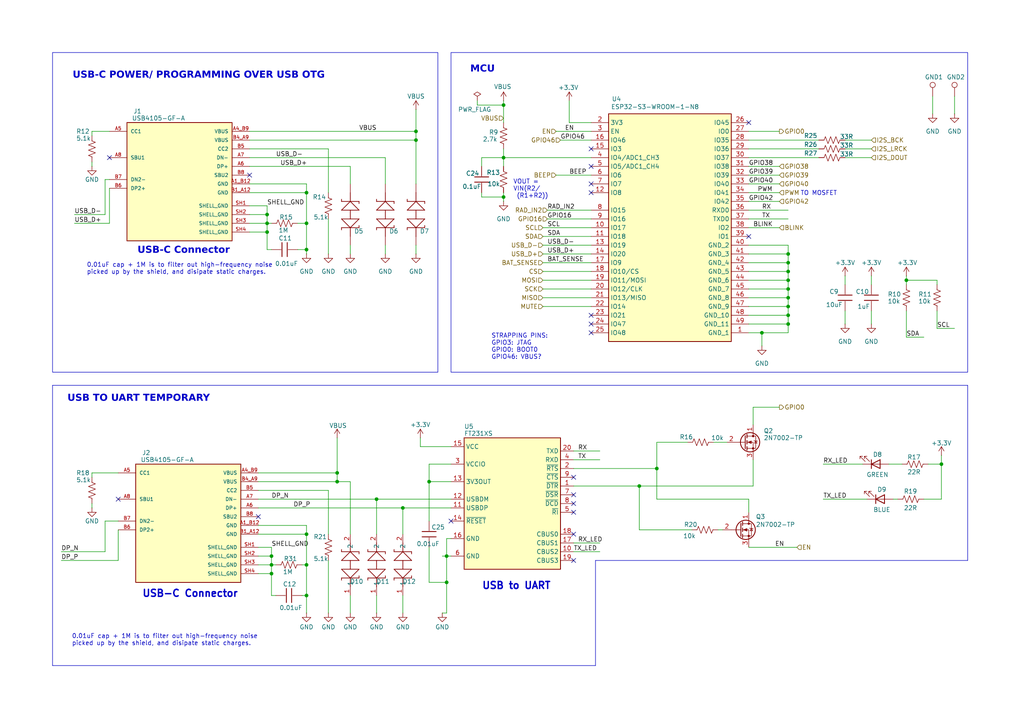
<source format=kicad_sch>
(kicad_sch (version 20231120) (generator "eeschema") (generator_version "8.0")
  (paper "A4")
  (lib_symbols
    (symbol "Connector:TestPoint" (pin_numbers hide) (pin_names (offset 0.762) hide)
      (property "Reference" "TP" (at 0 6.858 0))
      (property "Value" "TestPoint" (at 0 5.08 0))
      (symbol "TestPoint_1_1"
        (pin passive line (at 0 0 90) (length 2.54) (name "1") (number "1"))
      )
    )
    (symbol "Device:C" (pin_numbers hide) (pin_names (offset 0.254))
      (property "Reference" "C" (at 0.635 2.54 0))
      (property "Value" "C" (at 0.635 -2.54 0))
      (symbol "C_1_1"
        (pin passive line (at 0 3.81 270) (length 2.794) (name "~") (number "1"))
        (pin passive line (at 0 -3.81 90) (length 2.794) (name "~") (number "2"))
      )
    )
    (symbol "Device:LED" (pin_numbers hide) (pin_names (offset 1.016) hide)
      (property "Reference" "D" (at 0 2.54 0))
      (property "Value" "LED" (at 0 -2.54 0))
      (symbol "LED_1_1"
        (pin passive line (at -3.81 0 0) (length 2.54) (name "K") (number "1"))
        (pin passive line (at 3.81 0 180) (length 2.54) (name "A") (number "2"))
      )
    )
    (symbol "Device:R_US" (pin_numbers hide) (pin_names (offset 0))
      (property "Reference" "R" (at 2.54 0 90))
      (property "Value" "R_US" (at -2.54 0 90))
      (symbol "R_US_1_1"
        (pin passive line (at 0 3.81 270) (length 1.27) (name "~") (number "1"))
        (pin passive line (at 0 -3.81 90) (length 1.27) (name "~") (number "2"))
      )
    )
    (symbol "ESP32-S3-WROOM-1-N8:ESP32-S3-WROOM-1-N8"
      (property "Reference" "U" (at -10.16 29.21 0))
      (property "Value" "ESP32-S3-WROOM-1-N8" (at -10.16 26.67 0))
      (symbol "ESP32-S3-WROOM-1-N8_1_1"
        (pin passive line (at 30.48 -39.37 180) (length 5.08) (name "GND_1") (number "1"))
        (pin passive line (at -15.24 -8.89 0) (length 5.08) (name "IO17") (number "10"))
        (pin passive line (at -15.24 -11.43 0) (length 5.08) (name "IO18") (number "11"))
        (pin passive line (at -15.24 1.27 0) (length 5.08) (name "IO8") (number "12"))
        (pin passive line (at -15.24 -13.97 0) (length 5.08) (name "IO19") (number "13"))
        (pin passive line (at -15.24 -16.51 0) (length 5.08) (name "IO20") (number "14"))
        (pin passive line (at -15.24 13.97 0) (length 5.08) (name "IO3") (number "15"))
        (pin passive line (at -15.24 16.51 0) (length 5.08) (name "IO46") (number "16"))
        (pin passive line (at -15.24 -19.05 0) (length 5.08) (name "IO9") (number "17"))
        (pin passive line (at -15.24 -21.59 0) (length 5.08) (name "IO10/CS") (number "18"))
        (pin passive line (at -15.24 -24.13 0) (length 5.08) (name "IO11/MOSI") (number "19"))
        (pin passive line (at -15.24 21.59 0) (length 5.08) (name "3V3") (number "2"))
        (pin passive line (at -15.24 -26.67 0) (length 5.08) (name "IO12/CLK") (number "20"))
        (pin passive line (at -15.24 -29.21 0) (length 5.08) (name "IO13/MISO") (number "21"))
        (pin passive line (at -15.24 -31.75 0) (length 5.08) (name "IO14") (number "22"))
        (pin passive line (at -15.24 -34.29 0) (length 5.08) (name "IO21") (number "23"))
        (pin passive line (at -15.24 -36.83 0) (length 5.08) (name "IO47") (number "24"))
        (pin passive line (at -15.24 -39.37 0) (length 5.08) (name "IO48") (number "25"))
        (pin passive line (at 30.48 21.59 180) (length 5.08) (name "IO45") (number "26"))
        (pin passive line (at 30.48 19.05 180) (length 5.08) (name "IO0") (number "27"))
        (pin passive line (at 30.48 16.51 180) (length 5.08) (name "IO35") (number "28"))
        (pin passive line (at 30.48 13.97 180) (length 5.08) (name "IO36") (number "29"))
        (pin passive line (at -15.24 19.05 0) (length 5.08) (name "EN") (number "3"))
        (pin passive line (at 30.48 11.43 180) (length 5.08) (name "IO37") (number "30"))
        (pin passive line (at 30.48 8.89 180) (length 5.08) (name "IO38") (number "31"))
        (pin passive line (at 30.48 6.35 180) (length 5.08) (name "IO39") (number "32"))
        (pin passive line (at 30.48 3.81 180) (length 5.08) (name "IO40") (number "33"))
        (pin passive line (at 30.48 1.27 180) (length 5.08) (name "IO41") (number "34"))
        (pin passive line (at 30.48 -1.27 180) (length 5.08) (name "IO42") (number "35"))
        (pin passive line (at 30.48 -3.81 180) (length 5.08) (name "RXD0") (number "36"))
        (pin passive line (at 30.48 -6.35 180) (length 5.08) (name "TXD0") (number "37"))
        (pin passive line (at 30.48 -8.89 180) (length 5.08) (name "IO2") (number "38"))
        (pin passive line (at 30.48 -11.43 180) (length 5.08) (name "IO1") (number "39"))
        (pin passive line (at -15.24 11.43 0) (length 5.08) (name "IO4/ADC1_CH3") (number "4"))
        (pin passive line (at 30.48 -13.97 180) (length 5.08) (name "GND_2") (number "40"))
        (pin passive line (at 30.48 -16.51 180) (length 5.08) (name "GND_3") (number "41"))
        (pin passive line (at 30.48 -19.05 180) (length 5.08) (name "GND_4") (number "42"))
        (pin passive line (at 30.48 -21.59 180) (length 5.08) (name "GND_5") (number "43"))
        (pin passive line (at 30.48 -24.13 180) (length 5.08) (name "GND_6") (number "44"))
        (pin passive line (at 30.48 -26.67 180) (length 5.08) (name "GND_7") (number "45"))
        (pin passive line (at 30.48 -29.21 180) (length 5.08) (name "GND_8") (number "46"))
        (pin passive line (at 30.48 -31.75 180) (length 5.08) (name "GND_9") (number "47"))
        (pin passive line (at 30.48 -34.29 180) (length 5.08) (name "GND_10") (number "48"))
        (pin passive line (at 30.48 -36.83 180) (length 5.08) (name "GND_11") (number "49"))
        (pin passive line (at -15.24 8.89 0) (length 5.08) (name "IO5/ADC1_CH4") (number "5"))
        (pin passive line (at -15.24 6.35 0) (length 5.08) (name "IO6") (number "6"))
        (pin passive line (at -15.24 3.81 0) (length 5.08) (name "IO7") (number "7"))
        (pin passive line (at -15.24 -3.81 0) (length 5.08) (name "IO15") (number "8"))
        (pin passive line (at -15.24 -6.35 0) (length 5.08) (name "IO16") (number "9"))
      )
    )
    (symbol "Interface_USB:FT231XS"
      (property "Reference" "U" (at -13.97 20.32 0))
      (property "Value" "FT231XS" (at 7.62 20.32 0))
      (symbol "FT231XS_1_1"
        (pin output line (at 17.78 5.08 180) (length 3.81) (name "~{DTR}") (number "1"))
        (pin bidirectional line (at 17.78 -13.97 180) (length 3.81) (name "CBUS2") (number "10"))
        (pin bidirectional line (at -17.78 -1.27 0) (length 3.81) (name "USBDP") (number "11"))
        (pin bidirectional line (at -17.78 1.27 0) (length 3.81) (name "USBDM") (number "12"))
        (pin power_out line (at -17.78 6.35 0) (length 3.81) (name "3V3OUT") (number "13"))
        (pin input line (at -17.78 -5.08 0) (length 3.81) (name "~{RESET}") (number "14"))
        (pin power_in line (at -17.78 16.51 0) (length 3.81) (name "VCC") (number "15"))
        (pin power_in line (at -17.78 -10.16 0) (length 3.81) (name "GND") (number "16"))
        (pin bidirectional line (at 17.78 -11.43 180) (length 3.81) (name "CBUS1") (number "17"))
        (pin bidirectional line (at 17.78 -8.89 180) (length 3.81) (name "CBUS0") (number "18"))
        (pin bidirectional line (at 17.78 -16.51 180) (length 3.81) (name "CBUS3") (number "19"))
        (pin output line (at 17.78 10.16 180) (length 3.81) (name "~{RTS}") (number "2"))
        (pin output line (at 17.78 15.24 180) (length 3.81) (name "TXD") (number "20"))
        (pin power_in line (at -17.78 11.43 0) (length 3.81) (name "VCCIO") (number "3"))
        (pin input line (at 17.78 12.7 180) (length 3.81) (name "RXD") (number "4"))
        (pin input line (at 17.78 -2.54 180) (length 3.81) (name "~{RI}") (number "5"))
        (pin power_in line (at -17.78 -15.24 0) (length 3.81) (name "GND") (number "6"))
        (pin input line (at 17.78 2.54 180) (length 3.81) (name "~{DSR}") (number "7"))
        (pin input line (at 17.78 0 180) (length 3.81) (name "~{DCD}") (number "8"))
        (pin input line (at 17.78 7.62 180) (length 3.81) (name "~{CTS}") (number "9"))
      )
    )
    (symbol "PESD5V0S1BA_1" (pin_names (offset 0.254))
      (property "Reference" "CR" (at 9.525 -5.715 0))
      (property "Value" "PESD5V0S1BA" (at 8.89 -9.525 0))
      (symbol "PESD5V0S1BA_1_1_1"
        (pin power_in line (at 0 0 0) (length 2.54) (name "1") (number "1"))
        (pin passive line (at 17.78 0 180) (length 2.54) (name "2") (number "2"))
      )
    )
    (symbol "PESD5V0S1BA_2" (pin_numbers hide) (pin_names (offset 0.254) hide)
      (property "Reference" "CR" (at 9.525 -5.715 0))
      (property "Value" "PESD5V0S1BA" (at 8.89 -9.525 0))
      (symbol "PESD5V0S1BA_2_1_1"
        (pin power_in line (at 0 0 0) (length 2.54) (name "1") (number "1"))
        (pin passive line (at 17.78 0 180) (length 2.54) (name "2") (number "2"))
      )
    )
    (symbol "Transistor_FET:BS108" (pin_names hide)
      (property "Reference" "Q" (at 5.08 1.905 0))
      (property "Value" "BS108" (at 5.08 0 0))
      (symbol "BS108_1_1"
        (pin passive line (at 2.54 5.08 270) (length 2.54) (name "D") (number "1"))
        (pin input line (at -5.08 0 0) (length 2.54) (name "G") (number "2"))
        (pin passive line (at 2.54 -5.08 90) (length 2.54) (name "S") (number "3"))
      )
    )
    (symbol "USB4105-GF-A:USB4105-GF-A" (pin_names (offset 1.016))
      (property "Reference" "J" (at -13.97 13.462 0))
      (property "Value" "USB4105-GF-A" (at -14.732 -25.4 0))
      (symbol "USB4105-GF-A_0_0"
        (pin power_in line (at 20.32 -5.08 180) (length 5.08) (name "GND") (number "A1_B12"))
        (pin bidirectional line (at -20.32 10.16 0) (length 5.08) (name "CC1") (number "A5"))
        (pin bidirectional line (at -20.32 2.54 0) (length 5.08) (name "SBU1") (number "A8"))
        (pin power_in line (at 20.32 -7.62 180) (length 5.08) (name "GND") (number "B1_A12"))
        (pin power_in line (at 20.32 7.62 180) (length 5.08) (name "VBUS") (number "B4_A9"))
        (pin bidirectional line (at 20.32 5.08 180) (length 5.08) (name "CC2") (number "B5"))
        (pin bidirectional line (at 20.32 -2.54 180) (length 5.08) (name "SBU2") (number "B8"))
      )
      (symbol "USB4105-GF-A_1_0"
        (pin power_in line (at 20.32 10.16 180) (length 5.08) (name "VBUS") (number "A4_B9"))
        (pin bidirectional line (at 20.32 0 180) (length 5.08) (name "DP+") (number "A6"))
        (pin bidirectional line (at 20.32 2.54 180) (length 5.08) (name "DN-") (number "A7"))
        (pin bidirectional line (at -20.32 -6.35 0) (length 5.08) (name "DP2+") (number "B6"))
        (pin bidirectional line (at -20.32 -3.81 0) (length 5.08) (name "DN2-") (number "B7"))
        (pin passive line (at 20.32 -11.43 180) (length 5.08) (name "SHELL_GND") (number "SH1"))
        (pin passive line (at 20.32 -13.97 180) (length 5.08) (name "SHELL_GND") (number "SH2"))
        (pin passive line (at 20.32 -16.51 180) (length 5.08) (name "SHELL_GND") (number "SH3"))
        (pin passive line (at 20.32 -19.05 180) (length 5.08) (name "SHELL_GND") (number "SH4"))
      )
    )
    (symbol "USB4105-GF-A_1" (pin_names (offset 1.016))
      (property "Reference" "J" (at -13.97 13.462 0))
      (property "Value" "USB4105-GF-A" (at -14.732 -25.4 0))
      (symbol "USB4105-GF-A_1_0_0"
        (pin power_in line (at 20.32 -5.08 180) (length 5.08) (name "GND") (number "A1_B12"))
        (pin bidirectional line (at -20.32 10.16 0) (length 5.08) (name "CC1") (number "A5"))
        (pin bidirectional line (at -20.32 2.54 0) (length 5.08) (name "SBU1") (number "A8"))
        (pin power_in line (at 20.32 -7.62 180) (length 5.08) (name "GND") (number "B1_A12"))
        (pin power_in line (at 20.32 7.62 180) (length 5.08) (name "VBUS") (number "B4_A9"))
        (pin bidirectional line (at 20.32 5.08 180) (length 5.08) (name "CC2") (number "B5"))
        (pin bidirectional line (at 20.32 -2.54 180) (length 5.08) (name "SBU2") (number "B8"))
      )
      (symbol "USB4105-GF-A_1_1_0"
        (pin power_in line (at 20.32 10.16 180) (length 5.08) (name "VBUS") (number "A4_B9"))
        (pin bidirectional line (at 20.32 0 180) (length 5.08) (name "DP+") (number "A6"))
        (pin bidirectional line (at 20.32 2.54 180) (length 5.08) (name "DN-") (number "A7"))
        (pin bidirectional line (at -20.32 -6.35 0) (length 5.08) (name "DP2+") (number "B6"))
        (pin bidirectional line (at -20.32 -3.81 0) (length 5.08) (name "DN2-") (number "B7"))
        (pin passive line (at 20.32 -11.43 180) (length 5.08) (name "SHELL_GND") (number "SH1"))
        (pin passive line (at 20.32 -13.97 180) (length 5.08) (name "SHELL_GND") (number "SH2"))
        (pin passive line (at 20.32 -16.51 180) (length 5.08) (name "SHELL_GND") (number "SH3"))
        (pin passive line (at 20.32 -19.05 180) (length 5.08) (name "SHELL_GND") (number "SH4"))
      )
    )
    (symbol "power:+3.3V" (power) (pin_numbers hide) (pin_names (offset 0) hide)
      (property "Value" "+3.3V" (at 0 3.556 0))
      (symbol "+3.3V_1_1"
        (pin power_in line (at 0 0 90) (length 0) (name "~") (number "1"))
      )
    )
    (symbol "power:+5V" (power) (pin_numbers hide) (pin_names (offset 0) hide)
      (property "Value" "+5V" (at 0 3.556 0))
      (symbol "+5V_1_1"
        (pin power_in line (at 0 0 90) (length 0) (name "~") (number "1"))
      )
    )
    (symbol "power:+BATT" (power) (pin_numbers hide) (pin_names (offset 0) hide)
      (property "Value" "+BATT" (at 0 3.556 0))
      (symbol "+BATT_1_1"
        (pin power_in line (at 0 0 90) (length 0) (name "~") (number "1"))
      )
    )
    (symbol "power:GND" (power) (pin_numbers hide) (pin_names (offset 0) hide)
      (property "Value" "GND" (at 0 -3.81 0))
      (symbol "GND_1_1"
        (pin power_in line (at 0 0 270) (length 0) (name "~") (number "1"))
      )
    )
    (symbol "power:PWR_FLAG" (power) (pin_numbers hide) (pin_names (offset 0) hide)
      (property "Value" "PWR_FLAG" (at 0 3.81 0))
      (symbol "PWR_FLAG_0_0"
        (pin power_out line (at 0 0 90) (length 0) (name "~") (number "1"))
      )
    )
    (symbol "power:VBUS" (power) (pin_numbers hide) (pin_names (offset 0) hide)
      (property "Value" "VBUS" (at 0 3.556 0))
      (symbol "VBUS_1_1"
        (pin power_in line (at 0 0 90) (length 0) (name "~") (number "1"))
      )
    )
  )
  (junction (at 273.05 134.62))
  (junction (at 116.84 147.32))
  (junction (at 78.74 161.29))
  (junction (at 88.9 55.88))
  (junction (at 185.42 140.97))
  (junction (at 120.65 40.64))
  (junction (at 97.79 139.7))
  (junction (at 146.05 45.72))
  (junction (at 88.9 172.72))
  (junction (at 146.05 57.15))
  (junction (at 228.6 86.36))
  (junction (at 88.9 64.77))
  (junction (at 262.89 81.28))
  (junction (at 146.05 30.48))
  (junction (at 228.6 88.9))
  (junction (at 77.47 67.31))
  (junction (at 220.98 96.52))
  (junction (at 190.5 135.89))
  (junction (at 129.54 168.91))
  (junction (at 109.22 144.78))
  (junction (at 88.9 163.83))
  (junction (at 228.6 76.2))
  (junction (at 228.6 91.44))
  (junction (at 78.74 166.37))
  (junction (at 88.9 154.94))
  (junction (at 228.6 73.66))
  (junction (at 77.47 64.77))
  (junction (at 228.6 83.82))
  (junction (at 228.6 78.74))
  (junction (at 228.6 93.98))
  (junction (at 88.9 72.39))
  (junction (at 124.46 139.7))
  (junction (at 129.54 161.29))
  (junction (at 78.74 163.83))
  (junction (at 97.79 137.16))
  (junction (at 228.6 81.28))
  (junction (at 120.65 38.1))
  (junction (at 77.47 62.23))
  (no_connect (at 166.37 148.59))
  (no_connect (at 72.39 50.8))
  (no_connect (at 130.81 151.13))
  (no_connect (at 217.17 35.56))
  (no_connect (at 166.37 138.43))
  (no_connect (at 171.45 93.98))
  (no_connect (at 166.37 154.94))
  (no_connect (at 34.29 144.78))
  (no_connect (at 171.45 91.44))
  (no_connect (at 171.45 43.18))
  (no_connect (at 171.45 48.26))
  (no_connect (at 166.37 146.05))
  (no_connect (at 217.17 68.58))
  (no_connect (at 171.45 55.88))
  (no_connect (at 74.93 149.86))
  (no_connect (at 166.37 162.56))
  (no_connect (at 166.37 143.51))
  (no_connect (at 171.45 53.34))
  (no_connect (at 31.75 45.72))
  (no_connect (at 171.45 96.52))
  (wire (pts (xy 157.48 86.36) (xy 171.45 86.36)))
  (wire (pts (xy 120.65 40.64) (xy 120.65 53.34)))
  (wire (pts (xy 226.06 118.11) (xy 218.44 118.11)))
  (wire (pts (xy 166.37 140.97) (xy 185.42 140.97)))
  (wire (pts (xy 146.05 45.72) (xy 146.05 48.26)))
  (wire (pts (xy 228.6 91.44) (xy 217.17 91.44)))
  (polyline (pts (xy 280.67 162.56) (xy 172.72 162.56)))
  (wire (pts (xy 217.17 60.96) (xy 228.6 60.96)))
  (wire (pts (xy 158.75 63.5) (xy 171.45 63.5)))
  (wire (pts (xy 185.42 140.97) (xy 218.44 140.97)))
  (wire (pts (xy 120.65 38.1) (xy 120.65 40.64)))
  (wire (pts (xy 217.17 144.78) (xy 217.17 148.59)))
  (wire (pts (xy 273.05 134.62) (xy 269.24 134.62)))
  (wire (pts (xy 120.65 31.75) (xy 120.65 38.1)))
  (wire (pts (xy 161.29 50.8) (xy 171.45 50.8)))
  (wire (pts (xy 217.17 45.72) (xy 237.49 45.72)))
  (wire (pts (xy 77.47 72.39) (xy 77.47 67.31)))
  (wire (pts (xy 74.93 152.4) (xy 88.9 152.4)))
  (wire (pts (xy 273.05 132.08) (xy 273.05 134.62)))
  (wire (pts (xy 17.78 160.02) (xy 30.48 160.02)))
  (wire (pts (xy 276.86 27.94) (xy 276.86 33.02)))
  (wire (pts (xy 74.93 158.75) (xy 78.74 158.75)))
  (wire (pts (xy 129.54 168.91) (xy 129.54 177.8)))
  (wire (pts (xy 271.78 95.25) (xy 276.86 95.25)))
  (wire (pts (xy 228.6 78.74) (xy 228.6 81.28)))
  (wire (pts (xy 139.7 45.72) (xy 146.05 45.72)))
  (wire (pts (xy 130.81 139.7) (xy 124.46 139.7)))
  (wire (pts (xy 228.6 86.36) (xy 228.6 88.9)))
  (wire (pts (xy 190.5 144.78) (xy 217.17 144.78)))
  (wire (pts (xy 161.29 38.1) (xy 171.45 38.1)))
  (wire (pts (xy 17.78 162.56) (xy 34.29 162.56)))
  (wire (pts (xy 78.74 172.72) (xy 78.74 166.37)))
  (wire (pts (xy 245.11 43.18) (xy 252.73 43.18)))
  (wire (pts (xy 238.76 144.78) (xy 251.46 144.78)))
  (wire (pts (xy 157.48 73.66) (xy 171.45 73.66)))
  (wire (pts (xy 111.76 45.72) (xy 111.76 53.34)))
  (wire (pts (xy 26.67 137.16) (xy 26.67 138.43)))
  (wire (pts (xy 88.9 64.77) (xy 88.9 72.39)))
  (wire (pts (xy 146.05 43.18) (xy 146.05 45.72)))
  (wire (pts (xy 259.08 144.78) (xy 260.35 144.78)))
  (wire (pts (xy 72.39 53.34) (xy 88.9 53.34)))
  (wire (pts (xy 74.93 137.16) (xy 97.79 137.16)))
  (wire (pts (xy 217.17 71.12) (xy 228.6 71.12)))
  (wire (pts (xy 101.6 48.26) (xy 101.6 53.34)))
  (wire (pts (xy 220.98 96.52) (xy 220.98 100.33)))
  (wire (pts (xy 124.46 139.7) (xy 124.46 151.13)))
  (wire (pts (xy 217.17 48.26) (xy 226.06 48.26)))
  (wire (pts (xy 124.46 134.62) (xy 124.46 139.7)))
  (wire (pts (xy 185.42 140.97) (xy 185.42 153.67)))
  (wire (pts (xy 109.22 144.78) (xy 109.22 154.94)))
  (wire (pts (xy 88.9 154.94) (xy 88.9 163.83)))
  (wire (pts (xy 111.76 71.12) (xy 111.76 73.66)))
  (wire (pts (xy 31.75 38.1) (xy 26.67 38.1)))
  (wire (pts (xy 80.01 163.83) (xy 78.74 163.83)))
  (wire (pts (xy 146.05 30.48) (xy 146.05 35.56)))
  (wire (pts (xy 217.17 86.36) (xy 228.6 86.36)))
  (wire (pts (xy 217.17 96.52) (xy 220.98 96.52)))
  (wire (pts (xy 72.39 67.31) (xy 77.47 67.31)))
  (wire (pts (xy 162.56 40.64) (xy 171.45 40.64)))
  (wire (pts (xy 34.29 162.56) (xy 34.29 153.67)))
  (wire (pts (xy 34.29 137.16) (xy 26.67 137.16)))
  (wire (pts (xy 245.11 80.01) (xy 245.11 82.55)))
  (wire (pts (xy 101.6 139.7) (xy 101.6 154.94)))
  (wire (pts (xy 72.39 62.23) (xy 77.47 62.23)))
  (wire (pts (xy 271.78 81.28) (xy 271.78 82.55)))
  (wire (pts (xy 217.17 38.1) (xy 226.06 38.1)))
  (wire (pts (xy 97.79 139.7) (xy 101.6 139.7)))
  (wire (pts (xy 26.67 38.1) (xy 26.67 39.37)))
  (wire (pts (xy 74.93 147.32) (xy 116.84 147.32)))
  (wire (pts (xy 95.25 43.18) (xy 95.25 55.88)))
  (wire (pts (xy 217.17 55.88) (xy 226.06 55.88)))
  (wire (pts (xy 228.6 73.66) (xy 228.6 76.2)))
  (wire (pts (xy 72.39 43.18) (xy 95.25 43.18)))
  (wire (pts (xy 165.1 35.56) (xy 171.45 35.56)))
  (wire (pts (xy 138.43 29.21) (xy 138.43 30.48)))
  (polyline (pts (xy 15.24 111.76) (xy 280.67 111.76)))
  (wire (pts (xy 88.9 55.88) (xy 88.9 64.77)))
  (wire (pts (xy 34.29 151.13) (xy 30.48 151.13)))
  (wire (pts (xy 157.48 71.12) (xy 171.45 71.12)))
  (wire (pts (xy 166.37 135.89) (xy 190.5 135.89)))
  (wire (pts (xy 217.17 73.66) (xy 228.6 73.66)))
  (wire (pts (xy 30.48 52.07) (xy 30.48 62.23)))
  (wire (pts (xy 245.11 90.17) (xy 245.11 93.98)))
  (wire (pts (xy 217.17 63.5) (xy 228.6 63.5)))
  (wire (pts (xy 88.9 152.4) (xy 88.9 154.94)))
  (wire (pts (xy 74.93 142.24) (xy 95.25 142.24)))
  (wire (pts (xy 217.17 58.42) (xy 226.06 58.42)))
  (wire (pts (xy 95.25 63.5) (xy 95.25 73.66)))
  (wire (pts (xy 262.89 90.17) (xy 262.89 97.79)))
  (wire (pts (xy 228.6 71.12) (xy 228.6 73.66)))
  (wire (pts (xy 74.93 166.37) (xy 78.74 166.37)))
  (wire (pts (xy 97.79 127) (xy 97.79 137.16)))
  (wire (pts (xy 72.39 38.1) (xy 120.65 38.1)))
  (wire (pts (xy 77.47 59.69) (xy 77.47 62.23)))
  (wire (pts (xy 157.48 88.9) (xy 171.45 88.9)))
  (wire (pts (xy 228.6 93.98) (xy 228.6 96.52)))
  (wire (pts (xy 157.48 81.28) (xy 171.45 81.28)))
  (wire (pts (xy 129.54 161.29) (xy 129.54 168.91)))
  (wire (pts (xy 171.45 45.72) (xy 146.05 45.72)))
  (wire (pts (xy 228.6 91.44) (xy 228.6 93.98)))
  (wire (pts (xy 146.05 57.15) (xy 146.05 58.42)))
  (wire (pts (xy 139.7 57.15) (xy 146.05 57.15)))
  (wire (pts (xy 72.39 48.26) (xy 101.6 48.26)))
  (wire (pts (xy 72.39 45.72) (xy 111.76 45.72)))
  (wire (pts (xy 157.48 66.04) (xy 171.45 66.04)))
  (wire (pts (xy 21.59 62.23) (xy 30.48 62.23)))
  (wire (pts (xy 217.17 83.82) (xy 228.6 83.82)))
  (wire (pts (xy 217.17 78.74) (xy 228.6 78.74)))
  (wire (pts (xy 86.36 64.77) (xy 88.9 64.77)))
  (wire (pts (xy 218.44 118.11) (xy 218.44 123.19)))
  (wire (pts (xy 262.89 81.28) (xy 262.89 82.55)))
  (wire (pts (xy 217.17 53.34) (xy 226.06 53.34)))
  (wire (pts (xy 217.17 40.64) (xy 237.49 40.64)))
  (wire (pts (xy 74.93 154.94) (xy 88.9 154.94)))
  (wire (pts (xy 116.84 147.32) (xy 130.81 147.32)))
  (wire (pts (xy 77.47 72.39) (xy 78.74 72.39)))
  (wire (pts (xy 31.75 52.07) (xy 30.48 52.07)))
  (wire (pts (xy 101.6 172.72) (xy 101.6 177.8)))
  (wire (pts (xy 26.67 146.05) (xy 26.67 147.32)))
  (wire (pts (xy 217.17 66.04) (xy 226.06 66.04)))
  (wire (pts (xy 26.67 46.99) (xy 26.67 48.26)))
  (wire (pts (xy 129.54 161.29) (xy 128.27 161.29)))
  (wire (pts (xy 245.11 45.72) (xy 252.73 45.72)))
  (polyline (pts (xy 280.67 111.76) (xy 280.67 162.56)))
  (wire (pts (xy 74.93 144.78) (xy 109.22 144.78)))
  (wire (pts (xy 78.74 158.75) (xy 78.74 161.29)))
  (wire (pts (xy 109.22 172.72) (xy 109.22 177.8)))
  (wire (pts (xy 228.6 81.28) (xy 228.6 83.82)))
  (wire (pts (xy 208.28 153.67) (xy 209.55 153.67)))
  (wire (pts (xy 124.46 134.62) (xy 130.81 134.62)))
  (wire (pts (xy 217.17 50.8) (xy 226.06 50.8)))
  (wire (pts (xy 124.46 168.91) (xy 129.54 168.91)))
  (wire (pts (xy 72.39 64.77) (xy 77.47 64.77)))
  (wire (pts (xy 270.51 27.94) (xy 270.51 33.02)))
  (wire (pts (xy 88.9 72.39) (xy 88.9 73.66)))
  (wire (pts (xy 228.6 88.9) (xy 228.6 91.44)))
  (wire (pts (xy 218.44 133.35) (xy 218.44 140.97)))
  (wire (pts (xy 217.17 158.75) (xy 231.14 158.75)))
  (wire (pts (xy 72.39 55.88) (xy 88.9 55.88)))
  (wire (pts (xy 166.37 133.35) (xy 173.99 133.35)))
  (wire (pts (xy 78.74 172.72) (xy 80.01 172.72)))
  (wire (pts (xy 124.46 158.75) (xy 124.46 168.91)))
  (wire (pts (xy 116.84 172.72) (xy 116.84 177.8)))
  (wire (pts (xy 166.37 157.48) (xy 173.99 157.48)))
  (wire (pts (xy 129.54 156.21) (xy 130.81 156.21)))
  (wire (pts (xy 228.6 76.2) (xy 228.6 78.74)))
  (wire (pts (xy 228.6 83.82) (xy 228.6 86.36)))
  (wire (pts (xy 267.97 144.78) (xy 273.05 144.78)))
  (wire (pts (xy 146.05 55.88) (xy 146.05 57.15)))
  (wire (pts (xy 157.48 78.74) (xy 171.45 78.74)))
  (wire (pts (xy 77.47 64.77) (xy 77.47 67.31)))
  (wire (pts (xy 245.11 40.64) (xy 252.73 40.64)))
  (wire (pts (xy 97.79 139.7) (xy 97.79 137.16)))
  (wire (pts (xy 30.48 151.13) (xy 30.48 160.02)))
  (wire (pts (xy 109.22 144.78) (xy 130.81 144.78)))
  (wire (pts (xy 130.81 129.54) (xy 121.92 129.54)))
  (wire (pts (xy 86.36 72.39) (xy 88.9 72.39)))
  (wire (pts (xy 77.47 62.23) (xy 77.47 64.77)))
  (wire (pts (xy 157.48 83.82) (xy 171.45 83.82)))
  (wire (pts (xy 139.7 48.26) (xy 139.7 45.72)))
  (wire (pts (xy 217.17 93.98) (xy 228.6 93.98)))
  (wire (pts (xy 138.43 30.48) (xy 146.05 30.48)))
  (wire (pts (xy 87.63 163.83) (xy 88.9 163.83)))
  (wire (pts (xy 166.37 130.81) (xy 173.99 130.81)))
  (wire (pts (xy 262.89 97.79) (xy 267.97 97.79)))
  (wire (pts (xy 157.48 68.58) (xy 171.45 68.58)))
  (wire (pts (xy 74.93 163.83) (xy 78.74 163.83)))
  (wire (pts (xy 78.74 163.83) (xy 78.74 166.37)))
  (wire (pts (xy 95.25 142.24) (xy 95.25 154.94)))
  (wire (pts (xy 257.81 134.62) (xy 261.62 134.62)))
  (wire (pts (xy 129.54 177.8) (xy 128.27 177.8)))
  (wire (pts (xy 262.89 81.28) (xy 271.78 81.28)))
  (wire (pts (xy 252.73 90.17) (xy 252.73 93.98)))
  (wire (pts (xy 78.74 161.29) (xy 78.74 163.83)))
  (wire (pts (xy 157.48 76.2) (xy 171.45 76.2)))
  (wire (pts (xy 72.39 59.69) (xy 77.47 59.69)))
  (wire (pts (xy 190.5 128.27) (xy 190.5 135.89)))
  (wire (pts (xy 74.93 139.7) (xy 97.79 139.7)))
  (wire (pts (xy 217.17 81.28) (xy 228.6 81.28)))
  (wire (pts (xy 271.78 90.17) (xy 271.78 95.25)))
  (wire (pts (xy 165.1 29.21) (xy 165.1 35.56)))
  (wire (pts (xy 87.63 172.72) (xy 88.9 172.72)))
  (wire (pts (xy 185.42 153.67) (xy 200.66 153.67)))
  (wire (pts (xy 217.17 43.18) (xy 237.49 43.18)))
  (wire (pts (xy 88.9 53.34) (xy 88.9 55.88)))
  (wire (pts (xy 129.54 161.29) (xy 129.54 156.21)))
  (wire (pts (xy 217.17 88.9) (xy 228.6 88.9)))
  (wire (pts (xy 252.73 80.01) (xy 252.73 82.55)))
  (wire (pts (xy 74.93 161.29) (xy 78.74 161.29)))
  (wire (pts (xy 262.89 80.01) (xy 262.89 81.28)))
  (wire (pts (xy 273.05 134.62) (xy 273.05 144.78)))
  (polyline (pts (xy 172.72 162.56) (xy 172.72 193.04)))
  (wire (pts (xy 88.9 172.72) (xy 88.9 177.8)))
  (wire (pts (xy 101.6 71.12) (xy 101.6 73.66)))
  (wire (pts (xy 72.39 40.64) (xy 120.65 40.64)))
  (wire (pts (xy 95.25 162.56) (xy 95.25 177.8)))
  (wire (pts (xy 116.84 147.32) (xy 116.84 154.94)))
  (wire (pts (xy 120.65 71.12) (xy 120.65 73.66)))
  (wire (pts (xy 78.74 64.77) (xy 77.47 64.77)))
  (wire (pts (xy 166.37 160.02) (xy 173.99 160.02)))
  (wire (pts (xy 21.59 64.77) (xy 31.75 64.77)))
  (wire (pts (xy 146.05 29.21) (xy 146.05 30.48)))
  (wire (pts (xy 139.7 55.88) (xy 139.7 57.15)))
  (wire (pts (xy 158.75 60.96) (xy 171.45 60.96)))
  (wire (pts (xy 88.9 163.83) (xy 88.9 172.72)))
  (polyline (pts (xy 15.24 111.76) (xy 15.24 193.04)))
  (polyline (pts (xy 172.72 193.04) (xy 15.24 193.04)))
  (wire (pts (xy 217.17 76.2) (xy 228.6 76.2)))
  (wire (pts (xy 130.81 161.29) (xy 129.54 161.29)))
  (wire (pts (xy 31.75 64.77) (xy 31.75 54.61)))
  (wire (pts (xy 190.5 128.27) (xy 199.39 128.27)))
  (wire (pts (xy 121.92 127) (xy 121.92 129.54)))
  (wire (pts (xy 190.5 135.89) (xy 190.5 144.78)))
  (wire (pts (xy 207.01 128.27) (xy 210.82 128.27)))
  (wire (pts (xy 220.98 96.52) (xy 228.6 96.52)))
  (wire (pts (xy 238.76 134.62) (xy 250.19 134.62)))
  (rectangle (start 130.81 15.24) (end 280.67 107.95))
  (rectangle (start 15.24 15.24) (end 127 107.95))
  (rectangle (start 15.24 110.49) (end 165.1 182.88) (stroke (width -0.0001)))
  (text "USB-C POWER/ PROGRAMMING OVER USB OTG" (at 21.082 23.622 0) (effects (font (size 2 2) (thickness 1.016) (bold yes)) (justify left bottom)))
  (text "0.01uF cap + 1M is to filter out high-frequency noise \npicked up by the shield, and disipate static charges." (at 25.146 77.978 0) (effects (font (size 1.27 1.27)) (justify left)))
  (text "MCU" (at 136.398 21.844 0) (effects (font (size 2 2) (thickness 1.016) (bold yes)) (justify left bottom)))
  (text "0.01uF cap + 1M is to filter out high-frequency noise \npicked up by the shield, and disipate static charges." (at 20.828 185.674 0) (effects (font (size 1.27 1.27)) (justify left)))
  (text "VOUT = \nVIN(R2/\n (R1+R2))" (at 148.844 54.864 0) (effects (font (size 1.27 1.27)) (justify left)))
  (text "USB TO UART TEMPORARY" (at 19.558 117.348 0) (effects (font (size 2 2) (thickness 0.4064) (bold yes)) (justify left bottom)))
  (text "TO MOSFET" (at 232.156 56.134 0) (effects (font (size 1.27 1.27)) (justify left)))
  (text "USB-C Connector" (at 39.878 74.422 0) (effects (font (size 2 2) (thickness 0.4064) (bold yes)) (justify left bottom)))
  (text "STRAPPING PINS: \nGPIO3: JTAG\nGPIO0: BOOT0\nGPIO46: VBUS?" (at 142.494 100.584 0) (effects (font (size 1.27 1.27)) (justify left)))
  (text "USB to UART" (at 139.7 171.196 0) (effects (font (size 2.032 2.032) (thickness 0.4064) (bold yes)) (justify left bottom)))
  (text "USB-C Connector" (at 41.148 173.482 0) (effects (font (size 2.032 2.032) (thickness 0.4064) (bold yes)) (justify left bottom)))
  (label "DP_P" (at 17.78 162.56 0))
  (label "USB_D+" (at 158.75 73.66 0))
  (label "PWM" (at 219.71 55.88 0))
  (label "SHELL_GND" (at 77.47 59.69 0))
  (label "SDA" (at 158.75 68.58 0))
  (label "USB_D-" (at 80.01 45.72 0))
  (label "DP_P" (at 85.09 147.32 0))
  (label "GPIO42" (at 217.17 58.42 0))
  (label "SCL" (at 158.75 66.04 0))
  (label "GPIO16" (at 158.75 63.5 0))
  (label "EN" (at 224.79 158.75 0))
  (label "USB_D-" (at 158.75 71.12 0))
  (label "SCL" (at 271.78 95.25 0))
  (label "GPIO40" (at 217.17 53.34 0))
  (label "EN" (at 163.83 38.1 0))
  (label "BLINK" (at 218.44 66.04 0))
  (label "GPIO46" (at 162.56 40.64 0))
  (label "USB_D+" (at 81.28 48.26 0))
  (label "TX_LED" (at 238.76 144.78 0))
  (label "USB_D-" (at 21.59 62.23 0))
  (label "USB_D+" (at 21.59 64.77 0))
  (label "RX" (at 167.64 130.81 0))
  (label "RX" (at 220.98 60.96 0))
  (label "TX" (at 220.98 63.5 0))
  (label "BEEP" (at 165.1 50.8 0))
  (label "RAD_IN2" (at 158.75 60.96 0))
  (label "RX_LED" (at 238.76 134.62 0))
  (label "GPIO39" (at 217.17 50.8 0))
  (label "VBUS" (at 104.14 38.1 0))
  (label "DP_N" (at 17.78 160.02 0))
  (label "RX_LED" (at 167.64 157.48 0))
  (label "DP_N" (at 78.74 144.78 0))
  (label "SHELL_GND" (at 78.74 158.75 0))
  (label "BAT_SENSE" (at 158.75 76.2 0))
  (label "GPIO38" (at 217.17 48.26 0))
  (label "TX" (at 167.64 133.35 0))
  (label "SDA" (at 262.89 97.79 0))
  (label "TX_LED" (at 166.37 160.02 0))
  (hierarchical_label "GPIO0" (shape output) (at 226.06 118.11 0))
  (hierarchical_label "I2S_BCK" (shape input) (at 252.73 40.64 0))
  (hierarchical_label "USB_D+" (shape input) (at 157.48 73.66 180))
  (hierarchical_label "GPIO0" (shape output) (at 226.06 38.1 0))
  (hierarchical_label "I2S_DOUT" (shape input) (at 252.73 45.72 0))
  (hierarchical_label "SDA" (shape input) (at 157.48 68.58 180))
  (hierarchical_label "CS" (shape input) (at 157.48 78.74 180))
  (hierarchical_label "GPIO40" (shape input) (at 226.06 53.34 0))
  (hierarchical_label "USB_D-" (shape input) (at 157.48 71.12 180))
  (hierarchical_label "EN" (shape input) (at 231.14 158.75 0))
  (hierarchical_label "BAT_SENSE" (shape input) (at 157.48 76.2 180))
  (hierarchical_label "RAD_IN2" (shape input) (at 158.75 60.96 180))
  (hierarchical_label "EN" (shape input) (at 161.29 38.1 180))
  (hierarchical_label "MISO" (shape input) (at 157.48 86.36 180))
  (hierarchical_label "PWM" (shape input) (at 226.06 55.88 0))
  (hierarchical_label "BEEP" (shape input) (at 161.29 50.8 180))
  (hierarchical_label "GPIO42" (shape input) (at 226.06 58.42 0))
  (hierarchical_label "GPIO39" (shape input) (at 226.06 50.8 0))
  (hierarchical_label "GPIO38" (shape input) (at 226.06 48.26 0))
  (hierarchical_label "I2S_LRCK" (shape input) (at 252.73 43.18 0))
  (hierarchical_label "SCL" (shape input) (at 157.48 66.04 180))
  (hierarchical_label "SCK" (shape input) (at 157.48 83.82 180))
  (hierarchical_label "GPIO16" (shape input) (at 158.75 63.5 180))
  (hierarchical_label "VBUS" (shape input) (at 146.05 34.29 180))
  (hierarchical_label "MOSI" (shape input) (at 157.48 81.28 180))
  (hierarchical_label "BLINK" (shape input) (at 226.06 66.04 0))
  (hierarchical_label "MUTE" (shape input) (at 157.48 88.9 180))
  (hierarchical_label "GPIO46" (shape input) (at 162.56 40.64 180))
  (symbol (lib_name "PESD5V0S1BA_2") (lib_id "PESD5V0S1BA:PESD5V0S1BA") (at 101.6 71.12 90) (unit 1)
    (property "Reference" "D5" (at 105.41 67.056 90) (effects (justify left)))
    (property "Value" "PESD5V0S1BA" (effects (hide yes)))
    (property "Footprint" "SOD323_NXP" (effects (hide yes)))
    (property "Datasheet" "PESD5V0S1BA" (effects (hide yes)))
    (property "Description" "ESD protection diode, 5.0Vrwm, SOD-323" (effects (hide yes)))
    (property "MPN" "PESD5V0S1BA,115" (effects (hide yes)))
  )
  (symbol (lib_id "power:GND") (at 26.67 48.26 0) (unit 1)
    (property "Reference" "#PWR033" (effects (hide yes)))
    (property "Value" "GND" (at 26.67 52.07 0))
  )
  (symbol (lib_name "USB4105-GF-A_1") (lib_id "USB4105-GF-A:USB4105-GF-A") (at 52.07 48.26 0) (unit 1)
    (property "Reference" "J1" (at 39.878 32.258 0))
    (property "Value" "USB4105-GF-A" (at 45.974 34.29 0))
    (property "Footprint" "USB4105-GF-A:GCT_USB4105-GF-A" (effects (hide yes)))
    (property "MPN" "USB4105-GF-A" (effects (hide yes)))
  )
  (symbol (lib_id "power:+3.3V") (at 245.11 80.01 0) (unit 1)
    (property "Reference" "#PWR019" (effects (hide yes)))
    (property "Value" "+3.3V" (at 245.11 76.2 0))
    (property "Description" "Power symbol creates a global label with name \"+3.3V\"" (effects (hide yes)))
  )
  (symbol (lib_id "power:GND") (at 95.25 177.8 0) (unit 1)
    (property "Reference" "#PWR043" (effects (hide yes)))
    (property "Value" "GND" (at 95.25 181.864 0))
    (property "Description" "Power symbol creates a global label with name \"GND\" , ground" (effects (hide yes)))
  )
  (symbol (lib_id "power:GND") (at 220.98 100.33 0) (unit 1)
    (property "Reference" "#PWR079" (effects (hide yes)))
    (property "Value" "GND" (at 220.98 105.41 0))
    (property "Description" "Power symbol creates a global label with name \"GND\" , ground" (effects (hide yes)))
  )
  (symbol (lib_id "Device:R_US") (at 264.16 144.78 270) (unit 1)
    (property "Reference" "R19" (at 262.128 142.494 90) (effects (justify left)))
    (property "Value" "22R" (at 262.128 147.32 90) (effects (justify left)))
    (property "Footprint" "Resistor_SMD:R_0805_2012Metric" (effects (hide yes)))
    (property "Description" "Resistor, US symbol" (effects (hide yes)))
    (property "MPN" "RC0805FR-0722RL" (effects (hide yes)))
  )
  (symbol (lib_id "power:GND") (at 120.65 73.66 0) (unit 1)
    (property "Reference" "#PWR083" (effects (hide yes)))
    (property "Value" "GND" (at 120.65 78.74 0))
    (property "Description" "Power symbol creates a global label with name \"GND\" , ground" (effects (hide yes)))
  )
  (symbol (lib_id "power:GND") (at 101.6 177.8 0) (unit 1)
    (property "Reference" "#PWR065" (effects (hide yes)))
    (property "Value" "GND" (at 101.6 181.864 0))
    (property "Description" "Power symbol creates a global label with name \"GND\" , ground" (effects (hide yes)))
  )
  (symbol (lib_id "USB4105-GF-A:USB4105-GF-A") (at 54.61 147.32 0) (unit 1)
    (property "Reference" "J2" (at 42.418 131.318 0))
    (property "Value" "USB4105-GF-A" (at 48.514 133.35 0))
    (property "Footprint" "USB4105-GF-A:GCT_USB4105-GF-A" (effects (hide yes)))
    (property "MPN" "USB4105-GF-A" (effects (hide yes)))
  )
  (symbol (lib_id "power:GND") (at 88.9 177.8 0) (unit 1)
    (property "Reference" "#PWR041" (effects (hide yes)))
    (property "Value" "GND" (at 88.9 181.864 0))
    (property "Description" "Power symbol creates a global label with name \"GND\" , ground" (effects (hide yes)))
  )
  (symbol (lib_id "power:GND") (at 111.76 73.66 0) (unit 1)
    (property "Reference" "#PWR082" (effects (hide yes)))
    (property "Value" "GND" (at 111.76 78.74 0))
    (property "Description" "Power symbol creates a global label with name \"GND\" , ground" (effects (hide yes)))
  )
  (symbol (lib_id "ESP32-S3-WROOM-1-N8:ESP32-S3-WROOM-1-N8") (at 186.69 57.15 0) (unit 1)
    (property "Reference" "U4" (at 178.816 28.702 0))
    (property "Value" "ESP32-S3-WROOM-1-N8" (at 189.992 30.988 0))
    (property "Footprint" "KiCad:ESP32S3WROOM1N8R2" (effects (hide yes)))
    (property "Datasheet" "https://www.espressif.com/sites/default/files/documentation/esp32-s3-wroom-1_wroom-1u_datasheet_en.pdf" (effects (hide yes)))
    (property "Description" "SMD MODULE, ESP32-S3, 8 MB SPI F" (effects (hide yes)))
    (property "Height" "3.25" (effects (hide yes)))
    (property "Mouser Part Number" "356-ESP32-S3WROOM1N8" (effects (hide yes)))
    (property "Mouser Price/Stock" "https://www.mouser.co.uk/ProductDetail/Espressif-Systems/ESP32-S3-WROOM-1-N8?qs=Wj%2FVkw3K%252BMC1mq0KGPvoSQ%3D%3D" (effects (hide yes)))
    (property "Manufacturer_Name" "Espressif Systems" (effects (hide yes)))
    (property "MPN" "ESP32-S3-WROOM-1-N8" (effects (hide yes)))
  )
  (symbol (lib_id "power:GND") (at 116.84 177.8 0) (unit 1)
    (property "Reference" "#PWR076" (effects (hide yes)))
    (property "Value" "GND" (at 116.84 181.864 0))
    (property "Description" "Power symbol creates a global label with name \"GND\" , ground" (effects (hide yes)))
  )
  (symbol (lib_id "Device:C") (at 245.11 86.36 0) (unit 1)
    (property "Reference" "C9" (at 240.538 84.582 0) (effects (justify left)))
    (property "Value" "10uF" (at 239.522 88.392 0) (effects (justify left)))
    (property "Footprint" "Capacitor_SMD:C_0805_2012Metric" (effects (hide yes)))
    (property "Description" "Unpolarized capacitor" (effects (hide yes)))
    (property "MPN" "CL21B106KPQNNNE" (effects (hide yes)))
  )
  (symbol (lib_id "power:+BATT") (at 146.05 29.21 0) (unit 1)
    (property "Reference" "#PWR012" (effects (hide yes)))
    (property "Value" "VBUS" (at 145.796 25.146 0))
    (property "Description" "Power symbol creates a global label with name \"+BATT\"" (effects (hide yes)))
  )
  (symbol (lib_id "Device:R_US") (at 262.89 86.36 180) (unit 1)
    (property "Reference" "R10" (at 261.366 85.344 0) (effects (justify left)))
    (property "Value" "10k" (at 261.112 87.376 0) (effects (justify left)))
    (property "Footprint" "Resistor_SMD:R_0805_2012Metric" (effects (hide yes)))
    (property "Description" "Resistor, US symbol" (effects (hide yes)))
    (property "MPN" "RMCF0805FT10K0" (effects (hide yes)))
  )
  (symbol (lib_id "power:+3.3V") (at 165.1 29.21 0) (unit 1)
    (property "Reference" "#PWR018" (effects (hide yes)))
    (property "Value" "+3.3V" (at 164.846 25.4 0))
    (property "Description" "Power symbol creates a global label with name \"+3.3V\"" (effects (hide yes)))
  )
  (symbol (lib_name "PESD5V0S1BA_1") (lib_id "PESD5V0S1BA:PESD5V0S1BA") (at 109.22 172.72 90) (unit 1)
    (property "Reference" "D11" (at 113.03 168.656 90) (effects (justify left)))
    (property "Value" "PESD5V0S1BA" (effects (hide yes)))
    (property "Footprint" "SOD323_NXP" (effects (hide yes)))
    (property "Datasheet" "PESD5V0S1BA" (effects (hide yes)))
    (property "Description" "ESD protection diode, 5.0Vrwm, SOD-323" (effects (hide yes)))
    (property "MPN" "PESD5V0S1BA,115" (effects (hide yes)))
  )
  (symbol (lib_id "power:+5V") (at 121.92 127 0) (unit 1)
    (property "Reference" "#PWR028" (effects (hide yes)))
    (property "Value" "+3.3V" (at 121.92 123.19 0))
    (property "Description" "Power symbol creates a global label with name \"+5V\"" (effects (hide yes)))
  )
  (symbol (lib_id "Interface_USB:FT231XS") (at 148.59 146.05 0) (unit 1)
    (property "Reference" "U5" (at 134.62 123.698 0) (effects (justify left)))
    (property "Value" "FT231XS" (at 134.62 125.73 0) (effects (justify left)))
    (property "Footprint" "Package_SO:SSOP-20_3.9x8.7mm_P0.635mm" (effects (hide yes)))
    (property "Datasheet" "https://www.ftdichip.com/Support/Documents/DataSheets/ICs/DS_FT231X.pdf" (effects (hide yes)))
    (property "Description" "Full Speed USB to Full Handshake UART, SSOP-20" (effects (hide yes)))
    (property "MPN" "FT231XS-R" (effects (hide yes)))
  )
  (symbol (lib_id "power:GND") (at 26.67 147.32 0) (unit 1)
    (property "Reference" "#PWR044" (effects (hide yes)))
    (property "Value" "GND" (at 26.67 151.13 0))
  )
  (symbol (lib_id "Device:R_US") (at 271.78 86.36 180) (unit 1)
    (property "Reference" "R11" (at 270.256 85.344 0) (effects (justify left)))
    (property "Value" "10k" (at 270.002 87.376 0) (effects (justify left)))
    (property "Footprint" "Resistor_SMD:R_0805_2012Metric" (effects (hide yes)))
    (property "Description" "Resistor, US symbol" (effects (hide yes)))
    (property "MPN" "RMCF0805FT10K0" (effects (hide yes)))
  )
  (symbol (lib_id "Device:R_US") (at 95.25 59.69 0) (unit 1)
    (property "Reference" "R14" (at 90.678 57.15 0) (effects (justify left)))
    (property "Value" "5.1k" (at 90.932 62.992 0) (effects (justify left)))
    (property "Footprint" "Resistor_SMD:R_0805_2012Metric" (effects (hide yes)))
    (property "Description" "Resistor, US symbol" (effects (hide yes)))
    (property "MPN" "RC0805JR-075K1L" (effects (hide yes)))
  )
  (symbol (lib_id "power:GND") (at 245.11 93.98 0) (unit 1)
    (property "Reference" "#PWR084" (effects (hide yes)))
    (property "Value" "GND" (at 245.11 99.06 0))
    (property "Description" "Power symbol creates a global label with name \"GND\" , ground" (effects (hide yes)))
  )
  (symbol (lib_id "power:GND") (at 95.25 73.66 0) (unit 1)
    (property "Reference" "#PWR080" (effects (hide yes)))
    (property "Value" "GND" (at 95.25 78.74 0))
    (property "Description" "Power symbol creates a global label with name \"GND\" , ground" (effects (hide yes)))
  )
  (symbol (lib_id "power:GND") (at 88.9 73.66 0) (unit 1)
    (property "Reference" "#PWR032" (effects (hide yes)))
    (property "Value" "GND" (at 88.9 78.74 0))
    (property "Description" "Power symbol creates a global label with name \"GND\" , ground" (effects (hide yes)))
  )
  (symbol (lib_id "Device:C") (at 83.82 172.72 270) (unit 1)
    (property "Reference" "C12" (at 82.042 169.418 90) (effects (justify left)))
    (property "Value" "0.01uF" (at 81.026 176.276 90) (effects (justify left)))
    (property "Footprint" "Capacitor_SMD:C_0805_2012Metric" (effects (hide yes)))
    (property "Description" "Unpolarized capacitor" (effects (hide yes)))
    (property "MPN" "C0805C103K5RACTU" (effects (hide yes)))
  )
  (symbol (lib_id "Device:R_US") (at 26.67 43.18 0) (unit 1)
    (property "Reference" "R12" (at 22.098 38.1 0) (effects (justify left)))
    (property "Value" "5.1k" (at 22.098 40.132 0) (effects (justify left)))
    (property "Footprint" "Resistor_SMD:R_0805_2012Metric" (effects (hide yes)))
    (property "Description" "Resistor, US symbol" (effects (hide yes)))
    (property "MPN" "RC0805JR-075K1L" (effects (hide yes)))
  )
  (symbol (lib_id "power:PWR_FLAG") (at 138.43 29.21 0) (unit 1)
    (property "Reference" "#FLG02" (effects (hide yes)))
    (property "Value" "PWR_FLAG" (at 137.668 31.75 0))
    (property "Description" "Special symbol for telling ERC where power comes from" (effects (hide yes)))
  )
  (symbol (lib_id "Device:R_US") (at 95.25 158.75 0) (unit 1)
    (property "Reference" "R21" (at 90.932 155.702 0) (effects (justify left)))
    (property "Value" "5.1k" (at 90.932 162.052 0) (effects (justify left)))
    (property "Footprint" "Resistor_SMD:R_0805_2012Metric" (effects (hide yes)))
    (property "Description" "Resistor, US symbol" (effects (hide yes)))
    (property "MPN" "RC0805JR-075K1L" (effects (hide yes)))
  )
  (symbol (lib_id "Device:R_US") (at 241.3 45.72 270) (unit 1)
    (property "Reference" "R27" (at 233.172 44.45 90) (effects (justify left)))
    (property "Value" "33R" (at 243.586 44.704 90) (effects (justify left)))
    (property "Footprint" "Resistor_SMD:R_0805_2012Metric" (effects (hide yes)))
    (property "Description" "Resistor, US symbol" (effects (hide yes)))
    (property "MPN" "RC0805FR-0733RL" (effects (hide yes)))
  )
  (symbol (lib_id "power:GND") (at 101.6 73.66 0) (unit 1)
    (property "Reference" "#PWR081" (effects (hide yes)))
    (property "Value" "GND" (at 101.6 78.74 0))
    (property "Description" "Power symbol creates a global label with name \"GND\" , ground" (effects (hide yes)))
  )
  (symbol (lib_id "Device:LED") (at 254 134.62 0) (mirror x) (unit 1)
    (property "Reference" "D8" (at 254.508 131.826 0))
    (property "Value" "GREEN" (at 254.508 137.668 0))
    (property "Footprint" "LED_SMD:LED_0805_2012Metric" (effects (hide yes)))
    (property "MPN" "150080GS75000" (effects (hide yes)))
  )
  (symbol (lib_id "Transistor_FET:BS108") (at 215.9 128.27 0) (unit 1)
    (property "Reference" "Q2" (at 221.488 124.968 0) (effects (justify left)))
    (property "Value" "2N7002-TP" (at 221.488 127 0) (effects (justify left)))
    (property "Footprint" "Package_TO_SOT_SMD:SOT-23" (effects (hide yes)))
    (property "Description" "0.25A Id, 200V Vds, N-Channel MOSFET, TO-92" (effects (hide yes)))
    (property "MPN" "2N7002-TP" (effects (hide yes)))
  )
  (symbol (lib_id "Device:R_US") (at 146.05 52.07 180) (unit 1)
    (property "Reference" "R13" (at 145.034 50.038 0) (effects (justify left)))
    (property "Value" "10k" (at 145.034 53.34 0) (effects (justify left)))
    (property "Footprint" "Resistor_SMD:R_0805_2012Metric" (effects (hide yes)))
    (property "Description" "Resistor, US symbol" (effects (hide yes)))
    (property "MPN" "RMCF0805FT10K0" (effects (hide yes)))
  )
  (symbol (lib_name "PESD5V0S1BA_2") (lib_id "PESD5V0S1BA:PESD5V0S1BA") (at 120.65 71.12 90) (unit 1)
    (property "Reference" "D7" (at 124.46 67.056 90) (effects (justify left)))
    (property "Value" "PESD5V0S1BA" (effects (hide yes)))
    (property "Footprint" "SOD323_NXP" (effects (hide yes)))
    (property "Datasheet" "PESD5V0S1BA" (effects (hide yes)))
    (property "Description" "ESD protection diode, 5.0Vrwm, SOD-323" (effects (hide yes)))
    (property "MPN" "PESD5V0S1BA,115" (effects (hide yes)))
  )
  (symbol (lib_id "power:+3.3V") (at 273.05 132.08 0) (unit 1)
    (property "Reference" "#PWR027" (effects (hide yes)))
    (property "Value" "+3.3V" (at 273.05 128.524 0))
    (property "Description" "Power symbol creates a global label with name \"+3.3V\"" (effects (hide yes)))
  )
  (symbol (lib_id "Device:R_US") (at 146.05 39.37 180) (unit 1)
    (property "Reference" "R9" (at 144.526 38.354 0) (effects (justify left)))
    (property "Value" "2.7k" (at 144.272 40.386 0) (effects (justify left)))
    (property "Footprint" "Resistor_SMD:R_0805_2012Metric" (effects (hide yes)))
    (property "Description" "Resistor, US symbol" (effects (hide yes)))
    (property "MPN" "CRG0805F2K7" (effects (hide yes)))
  )
  (symbol (lib_id "Transistor_FET:BS108") (at 214.63 153.67 0) (unit 1)
    (property "Reference" "Q3" (at 219.202 149.86 0) (effects (justify left)))
    (property "Value" "2N7002-TP" (at 219.202 152.146 0) (effects (justify left)))
    (property "Footprint" "Package_TO_SOT_SMD:SOT-23" (effects (hide yes)))
    (property "Description" "0.25A Id, 200V Vds, N-Channel MOSFET, TO-92" (effects (hide yes)))
    (property "MPN" "2N7002-TP" (effects (hide yes)))
  )
  (symbol (lib_id "Device:C") (at 124.46 154.94 180) (unit 1)
    (property "Reference" "C25" (at 129.032 152.908 0) (effects (justify left)))
    (property "Value" "0.01uF" (at 127.508 157.734 0) (effects (justify left)))
    (property "Footprint" "Capacitor_SMD:C_0805_2012Metric" (effects (hide yes)))
    (property "Description" "Unpolarized capacitor" (effects (hide yes)))
    (property "MPN" "C0805C103K5RACTU" (effects (hide yes)))
  )
  (symbol (lib_id "Device:C") (at 139.7 52.07 0) (unit 1)
    (property "Reference" "C24" (at 135.128 50.292 0) (effects (justify left)))
    (property "Value" "0.1uF" (at 134.112 54.102 0) (effects (justify left)))
    (property "Footprint" "Capacitor_SMD:C_0805_2012Metric" (effects (hide yes)))
    (property "Description" "Unpolarized capacitor" (effects (hide yes)))
    (property "MPN" "CC0805KRX7R9BB104" (effects (hide yes)))
  )
  (symbol (lib_id "power:+3.3V") (at 262.89 80.01 0) (unit 1)
    (property "Reference" "#PWR059" (effects (hide yes)))
    (property "Value" "+3.3V" (at 263.144 76.2 0))
    (property "Description" "Power symbol creates a global label with name \"+3.3V\"" (effects (hide yes)))
  )
  (symbol (lib_id "power:+3.3V") (at 252.73 80.01 0) (unit 1)
    (property "Reference" "#PWR042" (effects (hide yes)))
    (property "Value" "+3.3V" (at 252.73 76.2 0))
    (property "Description" "Power symbol creates a global label with name \"+3.3V\"" (effects (hide yes)))
  )
  (symbol (lib_id "Device:R_US") (at 203.2 128.27 270) (unit 1)
    (property "Reference" "R16" (at 197.104 126.746 90) (effects (justify left)))
    (property "Value" "10k" (at 206.248 127 90) (effects (justify left)))
    (property "Footprint" "Resistor_SMD:R_0805_2012Metric" (effects (hide yes)))
    (property "Description" "Resistor, US symbol" (effects (hide yes)))
    (property "MPN" "RMCF0805FT10K0" (effects (hide yes)))
  )
  (symbol (lib_id "power:GND") (at 252.73 93.98 0) (unit 1)
    (property "Reference" "#PWR085" (effects (hide yes)))
    (property "Value" "GND" (at 252.73 99.06 0))
    (property "Description" "Power symbol creates a global label with name \"GND\" , ground" (effects (hide yes)))
  )
  (symbol (lib_id "Device:R_US") (at 26.67 142.24 0) (unit 1)
    (property "Reference" "R18" (at 22.098 137.16 0) (effects (justify left)))
    (property "Value" "5.1k" (at 22.098 139.192 0) (effects (justify left)))
    (property "Footprint" "Resistor_SMD:R_0805_2012Metric" (effects (hide yes)))
    (property "Description" "Resistor, US symbol" (effects (hide yes)))
    (property "MPN" "RC0805JR-075K1L" (effects (hide yes)))
  )
  (symbol (lib_name "PESD5V0S1BA_1") (lib_id "PESD5V0S1BA:PESD5V0S1BA") (at 101.6 172.72 90) (unit 1)
    (property "Reference" "D10" (at 105.41 168.656 90) (effects (justify left)))
    (property "Value" "PESD5V0S1BA" (effects (hide yes)))
    (property "Footprint" "SOD323_NXP" (effects (hide yes)))
    (property "Datasheet" "PESD5V0S1BA" (effects (hide yes)))
    (property "Description" "ESD protection diode, 5.0Vrwm, SOD-323" (effects (hide yes)))
    (property "MPN" "PESD5V0S1BA,115" (effects (hide yes)))
  )
  (symbol (lib_id "Device:R_US") (at 204.47 153.67 270) (unit 1)
    (property "Reference" "R20" (at 198.374 152.146 90) (effects (justify left)))
    (property "Value" "10k" (at 198.12 155.448 90) (effects (justify left)))
    (property "Footprint" "Resistor_SMD:R_0805_2012Metric" (effects (hide yes)))
    (property "Description" "Resistor, US symbol" (effects (hide yes)))
    (property "MPN" "RMCF0805FT10K0" (effects (hide yes)))
  )
  (symbol (lib_id "power:VBUS") (at 97.79 127 0) (unit 1)
    (property "Reference" "#PWR04" (effects (hide yes)))
    (property "Value" "VBUS" (at 98.044 123.444 0))
    (property "Description" "Power symbol creates a global label with name \"VBUS\"" (effects (hide yes)))
  )
  (symbol (lib_id "Connector:TestPoint") (at 270.51 27.94 0) (unit 1)
    (property "Reference" "GND1" (at 268.224 22.352 0) (effects (justify left)))
    (property "Value" "TestPoint" (effects (hide yes)))
    (property "Footprint" "Connector_Pin:Pin_D1.0mm_L10.0mm" (effects (hide yes)))
    (property "Description" "test point" (effects (hide yes)))
  )
  (symbol (lib_name "PESD5V0S1BA_1") (lib_id "PESD5V0S1BA:PESD5V0S1BA") (at 116.84 172.72 90) (unit 1)
    (property "Reference" "D12" (at 120.65 168.656 90) (effects (justify left)))
    (property "Value" "PESD5V0S1BA" (effects (hide yes)))
    (property "Footprint" "SOD323_NXP" (effects (hide yes)))
    (property "Datasheet" "PESD5V0S1BA" (effects (hide yes)))
    (property "Description" "ESD protection diode, 5.0Vrwm, SOD-323" (effects (hide yes)))
    (property "MPN" "PESD5V0S1BA,115" (effects (hide yes)))
  )
  (symbol (lib_id "power:GND") (at 270.51 33.02 0) (unit 1)
    (property "Reference" "#PWR03" (effects (hide yes)))
    (property "Value" "GND" (at 270.51 38.1 0))
    (property "Description" "Power symbol creates a global label with name \"GND\" , ground" (effects (hide yes)))
  )
  (symbol (lib_id "Device:R_US") (at 82.55 64.77 90) (unit 1)
    (property "Reference" "R15" (at 81.026 62.992 90) (effects (justify right)))
    (property "Value" "1M" (at 80.772 66.802 90) (effects (justify right)))
    (property "Footprint" "Resistor_SMD:R_0805_2012Metric" (effects (hide yes)))
    (property "Description" "Resistor, US symbol" (effects (hide yes)))
    (property "MPN" "RC0805JR-071ML" (effects (hide yes)))
  )
  (symbol (lib_id "power:GND") (at 109.22 177.8 0) (unit 1)
    (property "Reference" "#PWR075" (effects (hide yes)))
    (property "Value" "GND" (at 109.22 181.864 0))
    (property "Description" "Power symbol creates a global label with name \"GND\" , ground" (effects (hide yes)))
  )
  (symbol (lib_id "Device:R_US") (at 265.43 134.62 270) (unit 1)
    (property "Reference" "R17" (at 263.144 132.588 90) (effects (justify left)))
    (property "Value" "22R" (at 263.144 136.906 90) (effects (justify left)))
    (property "Footprint" "Resistor_SMD:R_0805_2012Metric" (effects (hide yes)))
    (property "Description" "Resistor, US symbol" (effects (hide yes)))
    (property "MPN" "RC0805FR-0722RL" (effects (hide yes)))
  )
  (symbol (lib_id "Connector:TestPoint") (at 276.86 27.94 0) (unit 1)
    (property "Reference" "GND2" (at 274.574 22.352 0) (effects (justify left)))
    (property "Value" "TestPoint" (effects (hide yes)))
    (property "Footprint" "Connector_Pin:Pin_D1.0mm_L10.0mm" (effects (hide yes)))
    (property "Description" "test point" (effects (hide yes)))
  )
  (symbol (lib_id "Device:C") (at 82.55 72.39 270) (unit 1)
    (property "Reference" "C11" (at 80.772 69.088 90) (effects (justify left)))
    (property "Value" "0.01uF" (at 79.756 76.454 90) (effects (justify left)))
    (property "Footprint" "Capacitor_SMD:C_0805_2012Metric" (effects (hide yes)))
    (property "Description" "Unpolarized capacitor" (effects (hide yes)))
    (property "MPN" "C0805C103K5RACTU" (effects (hide yes)))
  )
  (symbol (lib_id "power:GND") (at 128.27 177.8 0) (unit 1)
    (property "Reference" "#PWR078" (effects (hide yes)))
    (property "Value" "GND" (at 128.27 181.864 0))
    (property "Description" "Power symbol creates a global label with name \"GND\" , ground" (effects (hide yes)))
  )
  (symbol (lib_id "Device:R_US") (at 83.82 163.83 90) (unit 1)
    (property "Reference" "R31" (at 82.296 162.052 90) (effects (justify right)))
    (property "Value" "1M" (at 82.042 165.862 90) (effects (justify right)))
    (property "Footprint" "Resistor_SMD:R_0805_2012Metric" (effects (hide yes)))
    (property "Description" "Resistor, US symbol" (effects (hide yes)))
    (property "MPN" "RC0805JR-071ML" (effects (hide yes)))
  )
  (symbol (lib_id "power:VBUS") (at 120.65 31.75 0) (unit 1)
    (property "Reference" "#PWR029" (effects (hide yes)))
    (property "Value" "VBUS" (at 120.65 27.94 0))
    (property "Description" "Power symbol creates a global label with name \"VBUS\"" (effects (hide yes)))
  )
  (symbol (lib_id "Device:C") (at 252.73 86.36 0) (unit 1)
    (property "Reference" "C10" (at 248.158 84.582 0) (effects (justify left)))
    (property "Value" "1uF" (at 248.666 88.9 0) (effects (justify left)))
    (property "Footprint" "Capacitor_SMD:C_0805_2012Metric" (effects (hide yes)))
    (property "Description" "Unpolarized capacitor" (effects (hide yes)))
    (property "MPN" "CC0805KKX5R6BB105" (effects (hide yes)))
  )
  (symbol (lib_id "power:GND") (at 146.05 58.42 0) (unit 1)
    (property "Reference" "#PWR031" (effects (hide yes)))
    (property "Value" "GND" (at 146.05 63.5 0))
    (property "Description" "Power symbol creates a global label with name \"GND\" , ground" (effects (hide yes)))
  )
  (symbol (lib_id "Device:LED") (at 255.27 144.78 0) (mirror x) (unit 1)
    (property "Reference" "D9" (at 255.778 141.986 0))
    (property "Value" "BLUE" (at 255.778 147.828 0))
    (property "Footprint" "LED_SMD:LED_0805_2012Metric" (effects (hide yes)))
    (property "MPN" "150080BS75000" (effects (hide yes)))
  )
  (symbol (lib_id "power:GND") (at 276.86 33.02 0) (unit 1)
    (property "Reference" "#PWR017" (effects (hide yes)))
    (property "Value" "GND" (at 276.86 38.1 0))
    (property "Description" "Power symbol creates a global label with name \"GND\" , ground" (effects (hide yes)))
  )
  (symbol (lib_id "Device:R_US") (at 241.3 40.64 270) (unit 1)
    (property "Reference" "R25" (at 233.172 39.37 90) (effects (justify left)))
    (property "Value" "33R" (at 243.586 39.624 90) (effects (justify left)))
    (property "Footprint" "Resistor_SMD:R_0805_2012Metric" (effects (hide yes)))
    (property "Description" "Resistor, US symbol" (effects (hide yes)))
    (property "MPN" "RC0805FR-0733RL" (effects (hide yes)))
  )
  (symbol (lib_id "Device:R_US") (at 241.3 43.18 270) (unit 1)
    (property "Reference" "R26" (at 233.172 41.91 90) (effects (justify left)))
    (property "Value" "33R" (at 243.586 42.164 90) (effects (justify left)))
    (property "Footprint" "Resistor_SMD:R_0805_2012Metric" (effects (hide yes)))
    (property "Description" "Resistor, US symbol" (effects (hide yes)))
    (property "MPN" "RC0805FR-0733RL" (effects (hide yes)))
  )
  (symbol (lib_name "PESD5V0S1BA_2") (lib_id "PESD5V0S1BA:PESD5V0S1BA") (at 111.76 71.12 90) (unit 1)
    (property "Reference" "D6" (at 115.57 67.056 90) (effects (justify left)))
    (property "Value" "PESD5V0S1BA" (effects (hide yes)))
    (property "Footprint" "SOD323_NXP" (effects (hide yes)))
    (property "Datasheet" "PESD5V0S1BA" (effects (hide yes)))
    (property "Description" "ESD protection diode, 5.0Vrwm, SOD-323" (effects (hide yes)))
    (property "MPN" "PESD5V0S1BA,115" (effects (hide yes)))
  )
)
</source>
